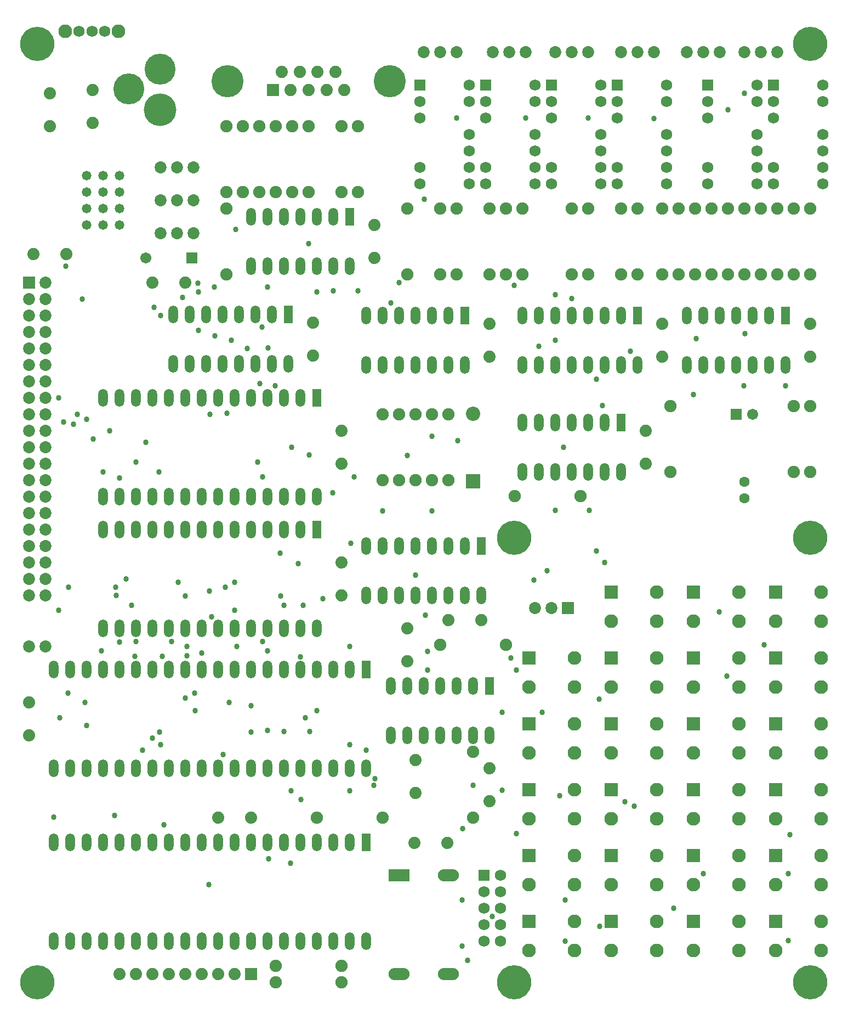
<source format=gbs>
%FSLAX24Y24*%
%MOIN*%
G70*
G01*
G75*
G04 Layer_Color=16711935*
%ADD10R,0.1500X0.0800*%
%ADD11R,0.3500X0.4500*%
%ADD12C,0.0080*%
%ADD13C,0.0500*%
%ADD14C,0.0150*%
%ADD15C,0.0100*%
%ADD16O,0.0500X0.1000*%
%ADD17R,0.0500X0.1000*%
%ADD18C,0.0600*%
%ADD19R,0.0600X0.0600*%
%ADD20C,0.0750*%
%ADD21C,0.0660*%
%ADD22R,0.0660X0.0660*%
%ADD23C,0.0669*%
%ADD24C,0.0787*%
%ADD25R,0.0787X0.0787*%
%ADD26R,0.0650X0.0650*%
%ADD27C,0.0650*%
%ADD28R,0.1200X0.0650*%
%ADD29O,0.1200X0.0650*%
%ADD30C,0.1900*%
%ADD31C,0.1800*%
%ADD32R,0.0650X0.0650*%
%ADD33C,0.1874*%
%ADD34R,0.0665X0.0665*%
%ADD35C,0.0665*%
%ADD36R,0.0591X0.0591*%
%ADD37C,0.0591*%
%ADD38R,0.0750X0.0750*%
%ADD39C,0.0550*%
%ADD40C,0.0260*%
%ADD41C,0.2000*%
%ADD42C,0.0500*%
%ADD43C,0.0197*%
%ADD44C,0.0079*%
%ADD45C,0.0050*%
%ADD46C,0.0140*%
%ADD47C,0.0160*%
%ADD48C,0.0070*%
%ADD49C,0.0120*%
%ADD50C,0.0059*%
%ADD51R,0.1102X0.0315*%
%ADD52R,0.0315X0.0748*%
%ADD53R,0.1580X0.0880*%
%ADD54R,0.3580X0.4580*%
%ADD55O,0.0580X0.1080*%
%ADD56R,0.0580X0.1080*%
%ADD57C,0.0680*%
%ADD58R,0.0680X0.0680*%
%ADD59C,0.0830*%
%ADD60C,0.0740*%
%ADD61R,0.0740X0.0740*%
%ADD62C,0.0749*%
%ADD63C,0.0867*%
%ADD64R,0.0867X0.0867*%
%ADD65R,0.0730X0.0730*%
%ADD66C,0.0730*%
%ADD67R,0.1280X0.0730*%
%ADD68O,0.1280X0.0730*%
%ADD69C,0.1980*%
%ADD70C,0.1880*%
%ADD71R,0.0730X0.0730*%
%ADD72C,0.1954*%
%ADD73R,0.0745X0.0745*%
%ADD74C,0.0745*%
%ADD75R,0.0671X0.0671*%
%ADD76C,0.0671*%
%ADD77R,0.0830X0.0830*%
%ADD78C,0.0630*%
%ADD79C,0.0340*%
%ADD80C,0.2080*%
%ADD81C,0.0580*%
D55*
X24500Y42000D02*
D03*
X9780Y39090D02*
D03*
X23500Y42000D02*
D03*
X10780Y42090D02*
D03*
X36000Y32500D02*
D03*
X26500Y39000D02*
D03*
X25500Y42000D02*
D03*
X35000Y32500D02*
D03*
X34000D02*
D03*
X19500Y10000D02*
D03*
X2500Y14500D02*
D03*
X3500D02*
D03*
X4500D02*
D03*
X5500D02*
D03*
X6500D02*
D03*
X7500D02*
D03*
X8500D02*
D03*
X9500D02*
D03*
X10500D02*
D03*
X11500D02*
D03*
X12500D02*
D03*
X13500D02*
D03*
X14500D02*
D03*
X15500D02*
D03*
X16500D02*
D03*
X17500D02*
D03*
X18500D02*
D03*
X19500D02*
D03*
X20500D02*
D03*
X21500D02*
D03*
X2500Y20500D02*
D03*
X3500D02*
D03*
X4500D02*
D03*
X5500D02*
D03*
X6500D02*
D03*
X7500D02*
D03*
X8500D02*
D03*
X9500D02*
D03*
X10500D02*
D03*
X11500D02*
D03*
X12500D02*
D03*
X13500D02*
D03*
X14500D02*
D03*
X15500D02*
D03*
X16500D02*
D03*
X17500D02*
D03*
X18500D02*
D03*
X19500D02*
D03*
X20500D02*
D03*
X17500Y37000D02*
D03*
X16500D02*
D03*
X15500D02*
D03*
X14500D02*
D03*
X13500D02*
D03*
X12500D02*
D03*
X11500D02*
D03*
X10500D02*
D03*
X9500D02*
D03*
X8500D02*
D03*
X7500D02*
D03*
X6500D02*
D03*
X5500D02*
D03*
X18500Y31000D02*
D03*
X17500D02*
D03*
X16500D02*
D03*
X15500D02*
D03*
X14500D02*
D03*
X13500D02*
D03*
X12500D02*
D03*
X11500D02*
D03*
X10500D02*
D03*
X9500D02*
D03*
X8500D02*
D03*
X7500D02*
D03*
X6500D02*
D03*
X5500D02*
D03*
X10780Y39090D02*
D03*
X11780D02*
D03*
X12780D02*
D03*
X13780D02*
D03*
X14780D02*
D03*
X15780D02*
D03*
X16780D02*
D03*
X9780Y42090D02*
D03*
X11780D02*
D03*
X12780D02*
D03*
X13780D02*
D03*
X14780D02*
D03*
X15780D02*
D03*
X21500Y39000D02*
D03*
X22500D02*
D03*
X23500D02*
D03*
X24500D02*
D03*
X25500D02*
D03*
X27500D02*
D03*
X21500Y42000D02*
D03*
X22500D02*
D03*
X26500D02*
D03*
X20500Y10000D02*
D03*
X18500D02*
D03*
X17500D02*
D03*
X16500D02*
D03*
X15500D02*
D03*
X14500D02*
D03*
X13500D02*
D03*
X12500D02*
D03*
X11500D02*
D03*
X10500D02*
D03*
X9500D02*
D03*
X8500D02*
D03*
X7500D02*
D03*
X6500D02*
D03*
X5500D02*
D03*
X4500D02*
D03*
X3500D02*
D03*
X2500D02*
D03*
X21500Y4000D02*
D03*
X20500D02*
D03*
X19500D02*
D03*
X18500D02*
D03*
X17500D02*
D03*
X16500D02*
D03*
X15500D02*
D03*
X14500D02*
D03*
X13500D02*
D03*
X12500D02*
D03*
X11500D02*
D03*
X10500D02*
D03*
X9500D02*
D03*
X8500D02*
D03*
X7500D02*
D03*
X6500D02*
D03*
X5500D02*
D03*
X4500D02*
D03*
X3500D02*
D03*
X2500D02*
D03*
X37000Y42000D02*
D03*
X36000D02*
D03*
X34000D02*
D03*
X33000D02*
D03*
X32000D02*
D03*
X31000D02*
D03*
X38000Y39000D02*
D03*
X37000D02*
D03*
X36000D02*
D03*
X35000D02*
D03*
X34000D02*
D03*
X33000D02*
D03*
X32000D02*
D03*
X31000D02*
D03*
X36000Y35500D02*
D03*
X35000D02*
D03*
X34000D02*
D03*
X33000D02*
D03*
X32000D02*
D03*
X31000D02*
D03*
X37000Y32500D02*
D03*
X33000D02*
D03*
X32000D02*
D03*
X31000D02*
D03*
X27500Y28000D02*
D03*
X26500D02*
D03*
X25500D02*
D03*
X24500D02*
D03*
X23500D02*
D03*
X22500D02*
D03*
X21500D02*
D03*
X28500Y25000D02*
D03*
X27500D02*
D03*
X26500D02*
D03*
X25500D02*
D03*
X24500D02*
D03*
X23500D02*
D03*
X22500D02*
D03*
X21500D02*
D03*
X28000Y19500D02*
D03*
X27000D02*
D03*
X26000D02*
D03*
X25000D02*
D03*
X24000D02*
D03*
X23000D02*
D03*
X29000Y16500D02*
D03*
X28000D02*
D03*
X27000D02*
D03*
X26000D02*
D03*
X25000D02*
D03*
X24000D02*
D03*
X23000D02*
D03*
X19500Y48000D02*
D03*
X18500D02*
D03*
X17500D02*
D03*
X16500D02*
D03*
X15500D02*
D03*
X14500D02*
D03*
X20500Y45000D02*
D03*
X19500D02*
D03*
X18500D02*
D03*
X17500D02*
D03*
X16500D02*
D03*
X15500D02*
D03*
X14500D02*
D03*
X46000Y42000D02*
D03*
X45000D02*
D03*
X44000D02*
D03*
X43000D02*
D03*
X42000D02*
D03*
X41000D02*
D03*
X47000Y39000D02*
D03*
X46000D02*
D03*
X45000D02*
D03*
X44000D02*
D03*
X43000D02*
D03*
X42000D02*
D03*
X41000D02*
D03*
X5500Y23000D02*
D03*
X6500D02*
D03*
X7500D02*
D03*
X8500D02*
D03*
X9500D02*
D03*
X10500D02*
D03*
X11500D02*
D03*
X12500D02*
D03*
X13500D02*
D03*
X14500D02*
D03*
X15500D02*
D03*
X16500D02*
D03*
X17500D02*
D03*
X18500D02*
D03*
X5500Y29000D02*
D03*
X6500D02*
D03*
X7500D02*
D03*
X8500D02*
D03*
X9500D02*
D03*
X10500D02*
D03*
X11500D02*
D03*
X12500D02*
D03*
X13500D02*
D03*
X14500D02*
D03*
X15500D02*
D03*
X16500D02*
D03*
X17500D02*
D03*
X35000Y42000D02*
D03*
D56*
X16780Y42090D02*
D03*
X21500Y20500D02*
D03*
X18500Y37000D02*
D03*
X27500Y42000D02*
D03*
X21500Y10000D02*
D03*
X38000Y42000D02*
D03*
X37000Y35500D02*
D03*
X28500Y28000D02*
D03*
X29000Y19500D02*
D03*
X20500Y48000D02*
D03*
X47000Y42000D02*
D03*
X18500Y29000D02*
D03*
D57*
X29650Y8010D02*
D03*
Y7010D02*
D03*
Y6010D02*
D03*
Y5010D02*
D03*
Y4010D02*
D03*
X28650D02*
D03*
Y5010D02*
D03*
Y6010D02*
D03*
Y7010D02*
D03*
X4030Y59280D02*
D03*
X4820D02*
D03*
X5610D02*
D03*
X49250Y50000D02*
D03*
Y51000D02*
D03*
Y52000D02*
D03*
Y53000D02*
D03*
Y55000D02*
D03*
Y56000D02*
D03*
X46250Y50000D02*
D03*
Y51000D02*
D03*
Y54000D02*
D03*
Y55000D02*
D03*
X42250D02*
D03*
Y54000D02*
D03*
Y51000D02*
D03*
Y50000D02*
D03*
X45250Y56000D02*
D03*
Y55000D02*
D03*
Y53000D02*
D03*
Y52000D02*
D03*
Y51000D02*
D03*
Y50000D02*
D03*
X36750Y55000D02*
D03*
Y54000D02*
D03*
Y51000D02*
D03*
Y50000D02*
D03*
X39750Y56000D02*
D03*
Y55000D02*
D03*
Y53000D02*
D03*
Y52000D02*
D03*
Y51000D02*
D03*
Y50000D02*
D03*
X32750Y55000D02*
D03*
Y54000D02*
D03*
Y51000D02*
D03*
Y50000D02*
D03*
X35750Y56000D02*
D03*
Y55000D02*
D03*
Y53000D02*
D03*
Y52000D02*
D03*
Y51000D02*
D03*
Y50000D02*
D03*
X28750Y55000D02*
D03*
Y54000D02*
D03*
Y51000D02*
D03*
Y50000D02*
D03*
X31750Y56000D02*
D03*
Y55000D02*
D03*
Y53000D02*
D03*
Y52000D02*
D03*
Y51000D02*
D03*
Y50000D02*
D03*
X24750Y55000D02*
D03*
Y54000D02*
D03*
Y51000D02*
D03*
Y50000D02*
D03*
X27750Y56000D02*
D03*
Y55000D02*
D03*
Y53000D02*
D03*
Y52000D02*
D03*
Y51000D02*
D03*
Y50000D02*
D03*
D58*
X28650Y8010D02*
D03*
X46250Y56000D02*
D03*
X42250D02*
D03*
X36750D02*
D03*
X32750D02*
D03*
X28750D02*
D03*
X24750D02*
D03*
D59*
X3200Y59280D02*
D03*
X6430D02*
D03*
X41400Y23450D02*
D03*
X44150Y25200D02*
D03*
Y23450D02*
D03*
X34150Y3450D02*
D03*
Y5200D02*
D03*
X31400Y3450D02*
D03*
X36400D02*
D03*
X39150Y5200D02*
D03*
Y3450D02*
D03*
X44150D02*
D03*
Y5200D02*
D03*
X41400Y3450D02*
D03*
X46400D02*
D03*
X49150Y5200D02*
D03*
Y3450D02*
D03*
X34150Y7450D02*
D03*
Y9200D02*
D03*
X31400Y7450D02*
D03*
X36400D02*
D03*
X39150Y9200D02*
D03*
Y7450D02*
D03*
X44150D02*
D03*
Y9200D02*
D03*
X41400Y7450D02*
D03*
X46400Y23450D02*
D03*
X49150Y25200D02*
D03*
Y23450D02*
D03*
Y7450D02*
D03*
Y9200D02*
D03*
X46400Y7450D02*
D03*
X31400Y11450D02*
D03*
X34150Y13200D02*
D03*
Y11450D02*
D03*
X39150D02*
D03*
Y13200D02*
D03*
X36400Y11450D02*
D03*
X41400D02*
D03*
X44150Y13200D02*
D03*
Y11450D02*
D03*
X49150D02*
D03*
Y13200D02*
D03*
X46400Y11450D02*
D03*
X31400Y15450D02*
D03*
X34150Y17200D02*
D03*
Y15450D02*
D03*
X39150D02*
D03*
Y17200D02*
D03*
X36400Y15450D02*
D03*
X41400D02*
D03*
X44150Y17200D02*
D03*
Y15450D02*
D03*
X49150D02*
D03*
Y17200D02*
D03*
X46400Y15450D02*
D03*
X31400Y19450D02*
D03*
X34150Y21200D02*
D03*
Y19450D02*
D03*
X39150D02*
D03*
Y21200D02*
D03*
X36400Y19450D02*
D03*
X46400D02*
D03*
X49150Y21200D02*
D03*
Y19450D02*
D03*
X39150Y23450D02*
D03*
Y25200D02*
D03*
X36400Y23450D02*
D03*
X41400Y19450D02*
D03*
X44150Y21200D02*
D03*
Y19450D02*
D03*
D60*
X4850Y53700D02*
D03*
Y55700D02*
D03*
X6500Y2000D02*
D03*
X7500D02*
D03*
X8500D02*
D03*
X9500D02*
D03*
X10500D02*
D03*
X11500D02*
D03*
X12500D02*
D03*
X13500D02*
D03*
X3250Y45750D02*
D03*
X1250D02*
D03*
X12500Y11500D02*
D03*
X14500D02*
D03*
X1000Y18500D02*
D03*
Y16500D02*
D03*
X20000Y27000D02*
D03*
Y25000D02*
D03*
Y35000D02*
D03*
Y33000D02*
D03*
X29000Y41500D02*
D03*
Y39500D02*
D03*
X38500Y33000D02*
D03*
Y35000D02*
D03*
X39500Y41500D02*
D03*
Y39500D02*
D03*
X48500D02*
D03*
Y41500D02*
D03*
X18280Y41590D02*
D03*
Y39590D02*
D03*
X29000Y14500D02*
D03*
Y12500D02*
D03*
X26500Y23500D02*
D03*
X28500D02*
D03*
X26420Y9970D02*
D03*
X24420D02*
D03*
X22000Y47500D02*
D03*
Y45500D02*
D03*
X24000Y23000D02*
D03*
Y21000D02*
D03*
X24500Y15000D02*
D03*
Y13000D02*
D03*
X8500Y44000D02*
D03*
X10500D02*
D03*
X2250Y55500D02*
D03*
Y53500D02*
D03*
D61*
X14500Y2000D02*
D03*
D62*
X28000Y11500D02*
D03*
X40000Y36500D02*
D03*
Y32500D02*
D03*
X18000Y53500D02*
D03*
Y49500D02*
D03*
X16000Y1500D02*
D03*
X20000D02*
D03*
X18500Y11500D02*
D03*
X22500D02*
D03*
X16000Y2500D02*
D03*
X20000D02*
D03*
X28000Y15500D02*
D03*
X30540Y31030D02*
D03*
X34540D02*
D03*
X27000Y44500D02*
D03*
Y48500D02*
D03*
X26000D02*
D03*
Y44500D02*
D03*
X30000D02*
D03*
Y48500D02*
D03*
X29000D02*
D03*
Y44500D02*
D03*
X35000D02*
D03*
Y48500D02*
D03*
X34000D02*
D03*
Y44500D02*
D03*
X38000D02*
D03*
Y48500D02*
D03*
X37000D02*
D03*
Y44500D02*
D03*
X41500D02*
D03*
Y48500D02*
D03*
X40500D02*
D03*
Y44500D02*
D03*
X46500D02*
D03*
Y48500D02*
D03*
X45500D02*
D03*
Y44500D02*
D03*
X24500Y36000D02*
D03*
Y32000D02*
D03*
X22500D02*
D03*
Y36000D02*
D03*
X25500D02*
D03*
Y32000D02*
D03*
X23500Y36000D02*
D03*
Y32000D02*
D03*
X48500Y48500D02*
D03*
Y44500D02*
D03*
X44500D02*
D03*
Y48500D02*
D03*
X42500D02*
D03*
Y44500D02*
D03*
X31000D02*
D03*
Y48500D02*
D03*
X39500D02*
D03*
Y44500D02*
D03*
X43500D02*
D03*
Y48500D02*
D03*
X47500D02*
D03*
Y44500D02*
D03*
X24000D02*
D03*
Y48500D02*
D03*
X26000Y22000D02*
D03*
X30000D02*
D03*
X48500Y32500D02*
D03*
Y36500D02*
D03*
X16000Y49500D02*
D03*
Y53500D02*
D03*
X26500Y32000D02*
D03*
Y36000D02*
D03*
X15000Y53500D02*
D03*
Y49500D02*
D03*
X17000D02*
D03*
Y53500D02*
D03*
X21000D02*
D03*
Y49500D02*
D03*
X13000Y48500D02*
D03*
Y44500D02*
D03*
X14000Y49500D02*
D03*
Y53500D02*
D03*
X20000Y49500D02*
D03*
Y53500D02*
D03*
X13000Y49500D02*
D03*
Y53500D02*
D03*
X47500Y36500D02*
D03*
Y32500D02*
D03*
D63*
X28000Y36059D02*
D03*
D64*
Y31941D02*
D03*
D65*
X1000Y44000D02*
D03*
D66*
Y43000D02*
D03*
Y42000D02*
D03*
Y41000D02*
D03*
Y40000D02*
D03*
Y39000D02*
D03*
Y38000D02*
D03*
Y37000D02*
D03*
Y36000D02*
D03*
Y35000D02*
D03*
Y34000D02*
D03*
Y33000D02*
D03*
Y32000D02*
D03*
Y31000D02*
D03*
Y30000D02*
D03*
Y29000D02*
D03*
Y28000D02*
D03*
Y27000D02*
D03*
Y26000D02*
D03*
Y25000D02*
D03*
X2000Y44000D02*
D03*
Y43000D02*
D03*
Y42000D02*
D03*
Y41000D02*
D03*
Y40000D02*
D03*
Y39000D02*
D03*
Y38000D02*
D03*
Y37000D02*
D03*
Y36000D02*
D03*
Y35000D02*
D03*
Y34000D02*
D03*
Y33000D02*
D03*
Y32000D02*
D03*
Y31000D02*
D03*
Y30000D02*
D03*
Y29000D02*
D03*
Y28000D02*
D03*
Y27000D02*
D03*
Y26000D02*
D03*
Y25000D02*
D03*
Y21900D02*
D03*
X1000D02*
D03*
X25000Y58000D02*
D03*
X26000D02*
D03*
X27000D02*
D03*
X29200D02*
D03*
X30200D02*
D03*
X31200D02*
D03*
X33000D02*
D03*
X34000D02*
D03*
X35000D02*
D03*
X37000D02*
D03*
X38000D02*
D03*
X39000D02*
D03*
X41000D02*
D03*
X42000D02*
D03*
X43000D02*
D03*
X44500D02*
D03*
X45500D02*
D03*
X46500D02*
D03*
X9000Y51000D02*
D03*
X10000D02*
D03*
X11000D02*
D03*
X9000Y49000D02*
D03*
X10000D02*
D03*
X11000D02*
D03*
X9000Y47000D02*
D03*
X10000D02*
D03*
X11000D02*
D03*
X31750Y24250D02*
D03*
X32750D02*
D03*
D67*
X23510Y8000D02*
D03*
D68*
Y2000D02*
D03*
X26510Y8000D02*
D03*
Y2000D02*
D03*
D69*
X8950Y54528D02*
D03*
D70*
X7060Y55787D02*
D03*
X8950Y56968D02*
D03*
D71*
X33750Y24250D02*
D03*
D72*
X22919Y56260D02*
D03*
X13081D02*
D03*
D73*
X15819Y55701D02*
D03*
D74*
X16364Y56819D02*
D03*
X16909Y55701D02*
D03*
X17455Y56819D02*
D03*
X18000Y55701D02*
D03*
X18545Y56819D02*
D03*
X19091Y55701D02*
D03*
X19636Y56819D02*
D03*
X20181Y55701D02*
D03*
D75*
X10898Y45500D02*
D03*
X44000Y36000D02*
D03*
D76*
X8102Y45500D02*
D03*
X45000Y36000D02*
D03*
D77*
X41400Y25200D02*
D03*
X31400Y5200D02*
D03*
X36400D02*
D03*
X41400D02*
D03*
X46400D02*
D03*
X31400Y9200D02*
D03*
X36400D02*
D03*
X41400D02*
D03*
X46400Y25200D02*
D03*
Y9200D02*
D03*
X31400Y13200D02*
D03*
X36400D02*
D03*
X41400D02*
D03*
X46400D02*
D03*
X31400Y17200D02*
D03*
X36400D02*
D03*
X41400D02*
D03*
X46400D02*
D03*
X31400Y21200D02*
D03*
X36400D02*
D03*
X46400D02*
D03*
X36400Y25200D02*
D03*
X41400Y21200D02*
D03*
D78*
X44500Y31900D02*
D03*
Y30900D02*
D03*
D79*
X21000Y43500D02*
D03*
X19500D02*
D03*
X10320Y43120D02*
D03*
X11280Y43980D02*
D03*
X27320Y6520D02*
D03*
X32500Y26500D02*
D03*
X13040Y36090D02*
D03*
X20780Y32200D02*
D03*
X17680Y24420D02*
D03*
X11970Y25290D02*
D03*
X25090Y23800D02*
D03*
X25500Y30140D02*
D03*
X8090Y34310D02*
D03*
X24500Y26230D02*
D03*
X31690Y25930D02*
D03*
X30640Y10550D02*
D03*
X2500Y11550D02*
D03*
X37580Y39850D02*
D03*
X37800Y12200D02*
D03*
X35060Y30180D02*
D03*
X33000D02*
D03*
X33250Y12850D02*
D03*
X37240Y12470D02*
D03*
X15500Y16800D02*
D03*
X4490Y17120D02*
D03*
X18850Y24810D02*
D03*
X20560Y28170D02*
D03*
X27080Y34400D02*
D03*
X4500Y35720D02*
D03*
X33500Y34010D02*
D03*
X3700Y35420D02*
D03*
X23000Y42780D02*
D03*
X23990Y33520D02*
D03*
X35500Y27700D02*
D03*
X25500Y34690D02*
D03*
X41400Y37200D02*
D03*
X19480Y31250D02*
D03*
X18000Y46390D02*
D03*
X25030Y49090D02*
D03*
X35510Y38150D02*
D03*
X36000Y27010D02*
D03*
X29750Y17910D02*
D03*
X32200D02*
D03*
X30630Y20480D02*
D03*
X47000Y37740D02*
D03*
X42950Y24000D02*
D03*
X42000Y8100D02*
D03*
X44520Y40910D02*
D03*
X33000Y40510D02*
D03*
X41580Y40610D02*
D03*
X32000Y40140D02*
D03*
X30510Y43850D02*
D03*
X33000Y43290D02*
D03*
X34010Y43030D02*
D03*
X13550Y47240D02*
D03*
X15500Y43740D02*
D03*
X12280D02*
D03*
X18500Y43450D02*
D03*
X11290D02*
D03*
X15170Y41300D02*
D03*
X15970Y37740D02*
D03*
X6500Y32160D02*
D03*
X5500Y32510D02*
D03*
X7510Y33100D02*
D03*
X8900Y32520D02*
D03*
X18020Y33560D02*
D03*
X16950Y34000D02*
D03*
X15520Y40030D02*
D03*
X14260Y40000D02*
D03*
X13300Y40500D02*
D03*
X12300Y40770D02*
D03*
X11300Y41100D02*
D03*
X9000Y42000D02*
D03*
X8600Y42500D02*
D03*
X6210Y11650D02*
D03*
X6500Y22190D02*
D03*
X10590Y21900D02*
D03*
X7430Y21300D02*
D03*
X9100D02*
D03*
X18500Y18000D02*
D03*
X11100D02*
D03*
X10080Y25810D02*
D03*
X20500Y15960D02*
D03*
X9000D02*
D03*
X21500Y15600D02*
D03*
X7900D02*
D03*
X7500Y22200D02*
D03*
X16510Y24410D02*
D03*
X7230D02*
D03*
X15500Y21630D02*
D03*
X5400D02*
D03*
X13500Y24120D02*
D03*
X2810Y24110D02*
D03*
X6300Y25000D02*
D03*
X5900Y35000D02*
D03*
X4900Y34500D02*
D03*
X13150Y18500D02*
D03*
X4400D02*
D03*
X11050Y19090D02*
D03*
X3370Y19080D02*
D03*
X15030Y37890D02*
D03*
X12100Y23720D02*
D03*
X16260Y27590D02*
D03*
X17360Y26940D02*
D03*
X6910Y26000D02*
D03*
X3240Y45000D02*
D03*
X930Y26000D02*
D03*
X11990Y36000D02*
D03*
X17800Y17570D02*
D03*
X2870D02*
D03*
X13500Y25810D02*
D03*
X12930Y25500D02*
D03*
X6250D02*
D03*
X8920Y16710D02*
D03*
X14510D02*
D03*
X45710Y22000D02*
D03*
X47160Y4060D02*
D03*
X47170Y8100D02*
D03*
X47280Y10480D02*
D03*
X35660Y18710D02*
D03*
X43430Y20120D02*
D03*
X8500Y16330D02*
D03*
X9190Y11090D02*
D03*
X10500Y18790D02*
D03*
X11500Y21520D02*
D03*
X11940Y7460D02*
D03*
X12800Y15330D02*
D03*
X28000Y13470D02*
D03*
X9680Y22200D02*
D03*
X15210D02*
D03*
X16290Y24980D02*
D03*
X10500D02*
D03*
X22500Y30140D02*
D03*
X13620Y21910D02*
D03*
X20500D02*
D03*
X16500Y16740D02*
D03*
X18080D02*
D03*
X17540Y12610D02*
D03*
X16930Y13130D02*
D03*
X20500D02*
D03*
X43500Y54510D02*
D03*
X44500Y55500D02*
D03*
X39010Y53990D02*
D03*
X27000Y54000D02*
D03*
X35000D02*
D03*
X31200D02*
D03*
X14500Y18320D02*
D03*
X15200Y32200D02*
D03*
X29750Y13180D02*
D03*
X22020Y13870D02*
D03*
X21980Y13470D02*
D03*
X4240Y43000D02*
D03*
X3940Y36000D02*
D03*
X2810Y37000D02*
D03*
X3090Y35540D02*
D03*
X3390Y25500D02*
D03*
X23500Y44010D02*
D03*
X44470Y37740D02*
D03*
X14910Y33100D02*
D03*
X15550Y9020D02*
D03*
X16910Y8760D02*
D03*
X17500Y21290D02*
D03*
X10600Y21360D02*
D03*
X25240Y21610D02*
D03*
Y20480D02*
D03*
X35860Y36530D02*
D03*
X35700Y4900D02*
D03*
X33600Y4000D02*
D03*
Y6500D02*
D03*
X27670Y2840D02*
D03*
X40200Y6000D02*
D03*
X27320Y3720D02*
D03*
X27350Y10830D02*
D03*
X29170Y5510D02*
D03*
X30300Y21200D02*
D03*
D80*
X1500Y58500D02*
D03*
X48500D02*
D03*
Y28500D02*
D03*
X30500D02*
D03*
Y1500D02*
D03*
X48500D02*
D03*
X1500D02*
D03*
D81*
X6500Y47500D02*
D03*
X5500D02*
D03*
X4500D02*
D03*
X6500Y48500D02*
D03*
X5500D02*
D03*
X4500D02*
D03*
X6500Y49500D02*
D03*
X5500D02*
D03*
X4500D02*
D03*
X6500Y50500D02*
D03*
X5500D02*
D03*
X4500D02*
D03*
M02*

</source>
